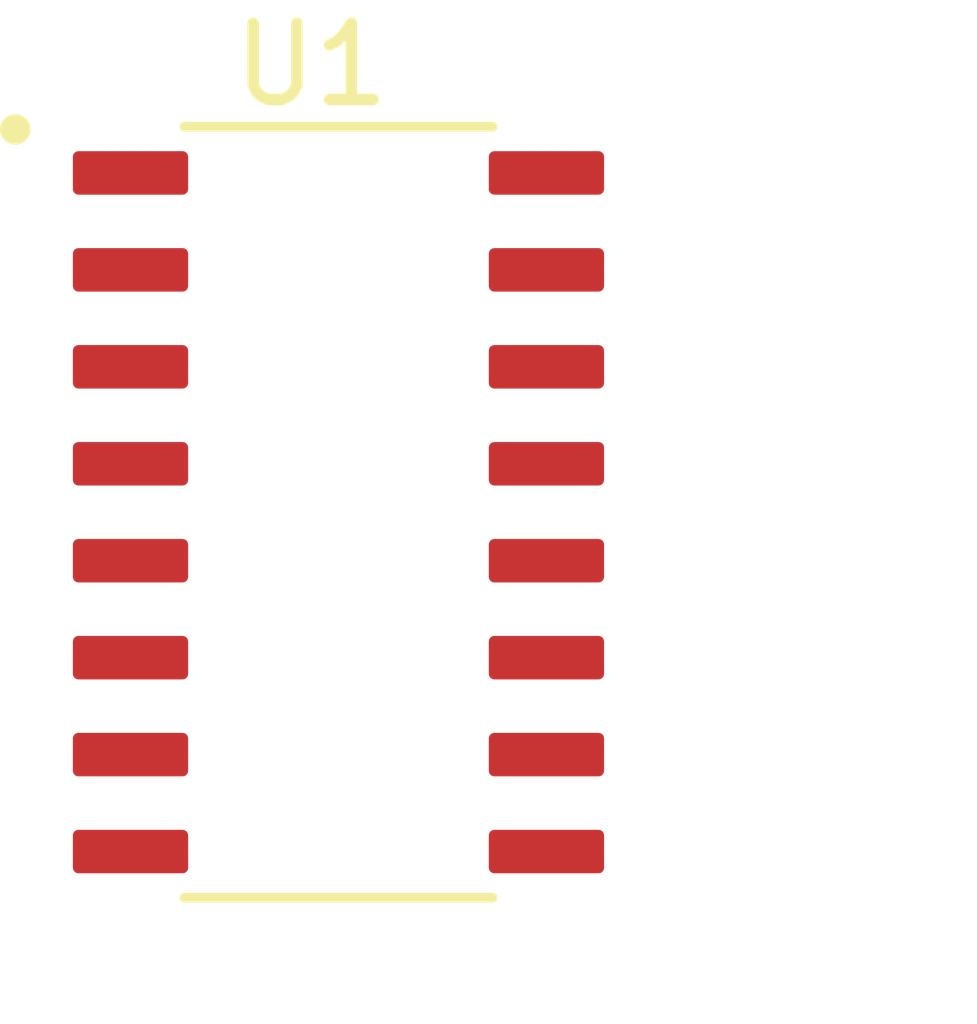
<source format=kicad_pcb>
(kicad_pcb (version 20221018) (generator pcbnew)
  (layers (0 "F.Cu" signal) (31 "B.Cu" signal) (34 "B.Paste" user) (35 "F.Paste" user) (36 "B.SilkS" user "B.Silkscreen") (37 "F.SilkS" user "F.Silkscreen") (38 "B.Mask" user) (39 "F.Mask" user) (44 "Edge.Cuts" user))
  (net 0 "")
  (footprint "V93xx_Breakouts:SOP127P604X173-16N" (layer "F.Cu") (at 135.451 93.091)
    (fp_text reference "U1" (at -0.355 -5.862) (layer "F.SilkS"))
    (fp_text value "~")
    (fp_line (start -2.02 -5.05) (end 2.02 -5.05) (stroke (width 0.127)) (layer "F.SilkS"))
    (fp_line (start -2.02 5.05) (end 2.02 5.05) (stroke (width 0.127)) (layer "F.SilkS"))
    (fp_circle (center -4.235 -5.015) (end -4.135 -5.015) (stroke (width 0.2)) (fill none) (layer "F.SilkS"))
    (pad "1" smd roundrect (at -2.725 -4.445) (size 1.51 0.57) (layers "F.Cu" "F.Paste" "F.Mask") (roundrect_rratio 0.125))
    (pad "2" smd roundrect (at -2.725 -3.175) (size 1.51 0.57) (layers "F.Cu" "F.Paste" "F.Mask") (roundrect_rratio 0.125))
    (pad "3" smd roundrect (at -2.725 -1.905) (size 1.51 0.57) (layers "F.Cu" "F.Paste" "F.Mask") (roundrect_rratio 0.125))
    (pad "4" smd roundrect (at -2.725 -0.635) (size 1.51 0.57) (layers "F.Cu" "F.Paste" "F.Mask") (roundrect_rratio 0.125))
    (pad "5" smd roundrect (at -2.725 0.635) (size 1.51 0.57) (layers "F.Cu" "F.Paste" "F.Mask") (roundrect_rratio 0.125))
    (pad "6" smd roundrect (at -2.725 1.905) (size 1.51 0.57) (layers "F.Cu" "F.Paste" "F.Mask") (roundrect_rratio 0.125))
    (pad "7" smd roundrect (at -2.725 3.175) (size 1.51 0.57) (layers "F.Cu" "F.Paste" "F.Mask") (roundrect_rratio 0.125))
    (pad "8" smd roundrect (at -2.725 4.445) (size 1.51 0.57) (layers "F.Cu" "F.Paste" "F.Mask") (roundrect_rratio 0.125))
    (pad "9" smd roundrect (at 2.725 4.445) (size 1.51 0.57) (layers "F.Cu" "F.Paste" "F.Mask") (roundrect_rratio 0.125))
    (pad "10" smd roundrect (at 2.725 3.175) (size 1.51 0.57) (layers "F.Cu" "F.Paste" "F.Mask") (roundrect_rratio 0.125))
    (pad "11" smd roundrect (at 2.725 1.905) (size 1.51 0.57) (layers "F.Cu" "F.Paste" "F.Mask") (roundrect_rratio 0.125))
    (pad "12" smd roundrect (at 2.725 0.635) (size 1.51 0.57) (layers "F.Cu" "F.Paste" "F.Mask") (roundrect_rratio 0.125))
    (pad "13" smd roundrect (at 2.725 -0.635) (size 1.51 0.57) (layers "F.Cu" "F.Paste" "F.Mask") (roundrect_rratio 0.125))
    (pad "14" smd roundrect (at 2.725 -1.905) (size 1.51 0.57) (layers "F.Cu" "F.Paste" "F.Mask") (roundrect_rratio 0.125))
    (pad "15" smd roundrect (at 2.725 -3.175) (size 1.51 0.57) (layers "F.Cu" "F.Paste" "F.Mask") (roundrect_rratio 0.125))
    (pad "16" smd roundrect (at 2.725 -4.445) (size 1.51 0.57) (layers "F.Cu" "F.Paste" "F.Mask") (roundrect_rratio 0.125))
  )
)
</source>
